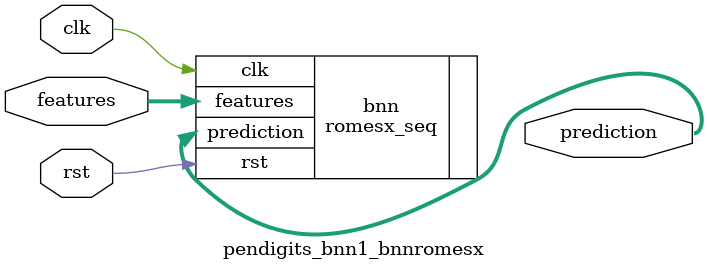
<source format=v>













module pendigits_bnn1_bnnromesx #(

parameter FEAT_CNT = 16,
parameter HIDDEN_CNT = 40,
parameter FEAT_BITS = 4,
parameter CLASS_CNT = 10,
parameter TEST_CNT = 1000


  ) (
  input clk,
  input rst,
  input [FEAT_CNT*FEAT_BITS-1:0] features,
  output [$clog2(CLASS_CNT)-1:0] prediction
  );

  localparam Weights0 = 640'b0101101001100011101101101101100110110001000001111010010111001000110110101111010101010001111100000110101111111000111000001101101000000011010100101110100101011010010010111010010010010101010110001011110100100011010011100001101100010110101111011010111110110001101100101111010110110101000010011110111110000101010111111100000110010010001111011111101111010000010100000101100101001010000110110100001111101100101100000010101110100100001101111011101011100101011010100101001111001010000111010000011100001011000000000010111100000101001110001010010100011110010010100110001001001011111110000001011011101101010100011111000001001101000110100010101101000010 ;
  localparam Weights1 = 400'b0000100000101111101101100001011000110000011110110111101011101100111100000000000001011101010001011000011110000100011101100111000000001111010000000110111100001000010010110010110110100000011111111101000010001000011011000111010110000010000010110101011011010111100111100010101011111110110001011100011000001010100011000011111010001111111000101011111010000101001111000111000011011001011111000001101001000001 ;

  romesx_seq #(.FEAT_CNT(FEAT_CNT),.FEAT_BITS(FEAT_BITS),.HIDDEN_CNT(HIDDEN_CNT),.CLASS_CNT(CLASS_CNT),.Weights0(Weights0),.Weights1(Weights1)) bnn (
    .clk(clk),
    .rst(rst),
    .features(features),
    .prediction(prediction)
  );

endmodule

</source>
